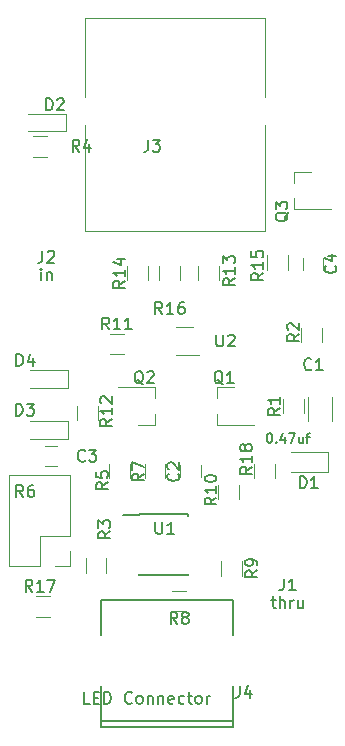
<source format=gto>
G04 #@! TF.FileFunction,Legend,Top*
%FSLAX46Y46*%
G04 Gerber Fmt 4.6, Leading zero omitted, Abs format (unit mm)*
G04 Created by KiCad (PCBNEW 4.0.6) date 07/23/18 23:10:11*
%MOMM*%
%LPD*%
G01*
G04 APERTURE LIST*
%ADD10C,0.100000*%
%ADD11C,0.120000*%
%ADD12C,0.150000*%
G04 APERTURE END LIST*
D10*
D11*
X156740000Y-94920000D02*
X156740000Y-95850000D01*
X156740000Y-98080000D02*
X156740000Y-97150000D01*
X156740000Y-98080000D02*
X159900000Y-98080000D01*
X156740000Y-94920000D02*
X158200000Y-94920000D01*
X160820000Y-63630000D02*
X145580000Y-63630000D01*
X145580000Y-81660000D02*
X145590000Y-72670000D01*
X145580000Y-81660000D02*
X160820000Y-81660000D01*
X160820000Y-81660000D02*
X160820000Y-72660000D01*
X145590000Y-70330000D02*
X145580000Y-63630000D01*
X160820000Y-70340000D02*
X160820000Y-63630000D01*
X164480000Y-95750000D02*
X164480000Y-97750000D01*
X166520000Y-97750000D02*
X166520000Y-95750000D01*
X153300000Y-92160000D02*
X155200000Y-92160000D01*
X154700000Y-89840000D02*
X153300000Y-89840000D01*
D12*
X158060060Y-123698960D02*
X158060060Y-123150320D01*
X146939940Y-123150320D02*
X146939940Y-123698960D01*
X146939940Y-123698960D02*
X158060060Y-123698960D01*
X158060060Y-115918940D02*
X158060060Y-112949680D01*
X158060060Y-112949680D02*
X152500000Y-112949680D01*
X146939940Y-120181060D02*
X146939940Y-123150320D01*
X146939940Y-123150320D02*
X158060060Y-123150320D01*
X158060060Y-123150320D02*
X158060060Y-120181060D01*
X152500000Y-112949680D02*
X146939940Y-112949680D01*
X146939940Y-112949680D02*
X146939940Y-115918940D01*
X150175000Y-105675000D02*
X150175000Y-105725000D01*
X154325000Y-105675000D02*
X154325000Y-105820000D01*
X154325000Y-110825000D02*
X154325000Y-110680000D01*
X150175000Y-110825000D02*
X150175000Y-110680000D01*
X150175000Y-105675000D02*
X154325000Y-105675000D01*
X150175000Y-110825000D02*
X154325000Y-110825000D01*
X150175000Y-105725000D02*
X148775000Y-105725000D01*
D11*
X155350000Y-102500000D02*
X155350000Y-101500000D01*
X153650000Y-101500000D02*
X153650000Y-102500000D01*
X143200000Y-99850000D02*
X142200000Y-99850000D01*
X142200000Y-101550000D02*
X143200000Y-101550000D01*
X164050000Y-83950000D02*
X164050000Y-84950000D01*
X165750000Y-84950000D02*
X165750000Y-83950000D01*
X166150000Y-102100000D02*
X166150000Y-100400000D01*
X166150000Y-100400000D02*
X163000000Y-100400000D01*
X166150000Y-102100000D02*
X163000000Y-102100000D01*
X140750000Y-71750000D02*
X143950000Y-71750000D01*
X143950000Y-73250000D02*
X140750000Y-73250000D01*
X143950000Y-73250000D02*
X143950000Y-71750000D01*
X140900000Y-97750000D02*
X144100000Y-97750000D01*
X144100000Y-99250000D02*
X140900000Y-99250000D01*
X144100000Y-99250000D02*
X144100000Y-97750000D01*
X140950000Y-93450000D02*
X144150000Y-93450000D01*
X144150000Y-94950000D02*
X140950000Y-94950000D01*
X144150000Y-94950000D02*
X144150000Y-93450000D01*
X151510000Y-98080000D02*
X151510000Y-97150000D01*
X151510000Y-94920000D02*
X151510000Y-95850000D01*
X151510000Y-94920000D02*
X148350000Y-94920000D01*
X151510000Y-98080000D02*
X150050000Y-98080000D01*
X163240000Y-76670000D02*
X163240000Y-77600000D01*
X163240000Y-79830000D02*
X163240000Y-78900000D01*
X163240000Y-79830000D02*
X166400000Y-79830000D01*
X163240000Y-76670000D02*
X164700000Y-76670000D01*
X164130000Y-95900000D02*
X164130000Y-97100000D01*
X162370000Y-97100000D02*
X162370000Y-95900000D01*
X163870000Y-91100000D02*
X163870000Y-89900000D01*
X165630000Y-89900000D02*
X165630000Y-91100000D01*
X145620000Y-110600000D02*
X145620000Y-109400000D01*
X147380000Y-109400000D02*
X147380000Y-110600000D01*
X142350000Y-75380000D02*
X141150000Y-75380000D01*
X141150000Y-73620000D02*
X142350000Y-73620000D01*
X149380000Y-101400000D02*
X149380000Y-102600000D01*
X147620000Y-102600000D02*
X147620000Y-101400000D01*
X150620000Y-102600000D02*
X150620000Y-101400000D01*
X152380000Y-101400000D02*
X152380000Y-102600000D01*
X152900000Y-112120000D02*
X154100000Y-112120000D01*
X154100000Y-113880000D02*
X152900000Y-113880000D01*
X157120000Y-110850000D02*
X157120000Y-109650000D01*
X158880000Y-109650000D02*
X158880000Y-110850000D01*
X156870000Y-104350000D02*
X156870000Y-103150000D01*
X158630000Y-103150000D02*
X158630000Y-104350000D01*
X148850000Y-92130000D02*
X147650000Y-92130000D01*
X147650000Y-90370000D02*
X148850000Y-90370000D01*
X144870000Y-97700000D02*
X144870000Y-96500000D01*
X146630000Y-96500000D02*
X146630000Y-97700000D01*
X155120000Y-85850000D02*
X155120000Y-84650000D01*
X156880000Y-84650000D02*
X156880000Y-85850000D01*
X149120000Y-85850000D02*
X149120000Y-84650000D01*
X150880000Y-84650000D02*
X150880000Y-85850000D01*
X161020000Y-84950000D02*
X161020000Y-83750000D01*
X162780000Y-83750000D02*
X162780000Y-84950000D01*
X151870000Y-85850000D02*
X151870000Y-84650000D01*
X153630000Y-84650000D02*
X153630000Y-85850000D01*
X144330000Y-102340000D02*
X139130000Y-102340000D01*
X144330000Y-107480000D02*
X144330000Y-102340000D01*
X139130000Y-110080000D02*
X139130000Y-102340000D01*
X144330000Y-107480000D02*
X141730000Y-107480000D01*
X141730000Y-107480000D02*
X141730000Y-110080000D01*
X141730000Y-110080000D02*
X139130000Y-110080000D01*
X144330000Y-108750000D02*
X144330000Y-110080000D01*
X144330000Y-110080000D02*
X143000000Y-110080000D01*
X142600000Y-114380000D02*
X141400000Y-114380000D01*
X141400000Y-112620000D02*
X142600000Y-112620000D01*
X159870000Y-102600000D02*
X159870000Y-101400000D01*
X161630000Y-101400000D02*
X161630000Y-102600000D01*
D12*
X157254762Y-94647619D02*
X157159524Y-94600000D01*
X157064286Y-94504762D01*
X156921429Y-94361905D01*
X156826190Y-94314286D01*
X156730952Y-94314286D01*
X156778571Y-94552381D02*
X156683333Y-94504762D01*
X156588095Y-94409524D01*
X156540476Y-94219048D01*
X156540476Y-93885714D01*
X156588095Y-93695238D01*
X156683333Y-93600000D01*
X156778571Y-93552381D01*
X156969048Y-93552381D01*
X157064286Y-93600000D01*
X157159524Y-93695238D01*
X157207143Y-93885714D01*
X157207143Y-94219048D01*
X157159524Y-94409524D01*
X157064286Y-94504762D01*
X156969048Y-94552381D01*
X156778571Y-94552381D01*
X158159524Y-94552381D02*
X157588095Y-94552381D01*
X157873809Y-94552381D02*
X157873809Y-93552381D01*
X157778571Y-93695238D01*
X157683333Y-93790476D01*
X157588095Y-93838095D01*
X162416667Y-111102381D02*
X162416667Y-111816667D01*
X162369047Y-111959524D01*
X162273809Y-112054762D01*
X162130952Y-112102381D01*
X162035714Y-112102381D01*
X163416667Y-112102381D02*
X162845238Y-112102381D01*
X163130952Y-112102381D02*
X163130952Y-111102381D01*
X163035714Y-111245238D01*
X162940476Y-111340476D01*
X162845238Y-111388095D01*
X161345238Y-112935714D02*
X161726190Y-112935714D01*
X161488095Y-112602381D02*
X161488095Y-113459524D01*
X161535714Y-113554762D01*
X161630952Y-113602381D01*
X161726190Y-113602381D01*
X162059524Y-113602381D02*
X162059524Y-112602381D01*
X162488096Y-113602381D02*
X162488096Y-113078571D01*
X162440477Y-112983333D01*
X162345239Y-112935714D01*
X162202381Y-112935714D01*
X162107143Y-112983333D01*
X162059524Y-113030952D01*
X162964286Y-113602381D02*
X162964286Y-112935714D01*
X162964286Y-113126190D02*
X163011905Y-113030952D01*
X163059524Y-112983333D01*
X163154762Y-112935714D01*
X163250001Y-112935714D01*
X164011906Y-112935714D02*
X164011906Y-113602381D01*
X163583334Y-112935714D02*
X163583334Y-113459524D01*
X163630953Y-113554762D01*
X163726191Y-113602381D01*
X163869049Y-113602381D01*
X163964287Y-113554762D01*
X164011906Y-113507143D01*
X150916667Y-73952381D02*
X150916667Y-74666667D01*
X150869047Y-74809524D01*
X150773809Y-74904762D01*
X150630952Y-74952381D01*
X150535714Y-74952381D01*
X151297619Y-73952381D02*
X151916667Y-73952381D01*
X151583333Y-74333333D01*
X151726191Y-74333333D01*
X151821429Y-74380952D01*
X151869048Y-74428571D01*
X151916667Y-74523810D01*
X151916667Y-74761905D01*
X151869048Y-74857143D01*
X151821429Y-74904762D01*
X151726191Y-74952381D01*
X151440476Y-74952381D01*
X151345238Y-74904762D01*
X151297619Y-74857143D01*
X164733334Y-93357143D02*
X164685715Y-93404762D01*
X164542858Y-93452381D01*
X164447620Y-93452381D01*
X164304762Y-93404762D01*
X164209524Y-93309524D01*
X164161905Y-93214286D01*
X164114286Y-93023810D01*
X164114286Y-92880952D01*
X164161905Y-92690476D01*
X164209524Y-92595238D01*
X164304762Y-92500000D01*
X164447620Y-92452381D01*
X164542858Y-92452381D01*
X164685715Y-92500000D01*
X164733334Y-92547619D01*
X165685715Y-93452381D02*
X165114286Y-93452381D01*
X165400000Y-93452381D02*
X165400000Y-92452381D01*
X165304762Y-92595238D01*
X165209524Y-92690476D01*
X165114286Y-92738095D01*
X161169047Y-98811905D02*
X161245238Y-98811905D01*
X161321428Y-98850000D01*
X161359523Y-98888095D01*
X161397619Y-98964286D01*
X161435714Y-99116667D01*
X161435714Y-99307143D01*
X161397619Y-99459524D01*
X161359523Y-99535714D01*
X161321428Y-99573810D01*
X161245238Y-99611905D01*
X161169047Y-99611905D01*
X161092857Y-99573810D01*
X161054761Y-99535714D01*
X161016666Y-99459524D01*
X160978571Y-99307143D01*
X160978571Y-99116667D01*
X161016666Y-98964286D01*
X161054761Y-98888095D01*
X161092857Y-98850000D01*
X161169047Y-98811905D01*
X161778571Y-99535714D02*
X161816666Y-99573810D01*
X161778571Y-99611905D01*
X161740476Y-99573810D01*
X161778571Y-99535714D01*
X161778571Y-99611905D01*
X162502380Y-99078571D02*
X162502380Y-99611905D01*
X162311904Y-98773810D02*
X162121428Y-99345238D01*
X162616666Y-99345238D01*
X162845238Y-98811905D02*
X163378571Y-98811905D01*
X163035714Y-99611905D01*
X164026190Y-99078571D02*
X164026190Y-99611905D01*
X163683333Y-99078571D02*
X163683333Y-99497619D01*
X163721428Y-99573810D01*
X163797619Y-99611905D01*
X163911905Y-99611905D01*
X163988095Y-99573810D01*
X164026190Y-99535714D01*
X164292857Y-99078571D02*
X164597619Y-99078571D01*
X164407143Y-99611905D02*
X164407143Y-98926190D01*
X164445238Y-98850000D01*
X164521429Y-98811905D01*
X164597619Y-98811905D01*
X141966667Y-83352381D02*
X141966667Y-84066667D01*
X141919047Y-84209524D01*
X141823809Y-84304762D01*
X141680952Y-84352381D01*
X141585714Y-84352381D01*
X142395238Y-83447619D02*
X142442857Y-83400000D01*
X142538095Y-83352381D01*
X142776191Y-83352381D01*
X142871429Y-83400000D01*
X142919048Y-83447619D01*
X142966667Y-83542857D01*
X142966667Y-83638095D01*
X142919048Y-83780952D01*
X142347619Y-84352381D01*
X142966667Y-84352381D01*
X141847619Y-85852381D02*
X141847619Y-85185714D01*
X141847619Y-84852381D02*
X141800000Y-84900000D01*
X141847619Y-84947619D01*
X141895238Y-84900000D01*
X141847619Y-84852381D01*
X141847619Y-84947619D01*
X142323809Y-85185714D02*
X142323809Y-85852381D01*
X142323809Y-85280952D02*
X142371428Y-85233333D01*
X142466666Y-85185714D01*
X142609524Y-85185714D01*
X142704762Y-85233333D01*
X142752381Y-85328571D01*
X142752381Y-85852381D01*
X156688095Y-90452381D02*
X156688095Y-91261905D01*
X156735714Y-91357143D01*
X156783333Y-91404762D01*
X156878571Y-91452381D01*
X157069048Y-91452381D01*
X157164286Y-91404762D01*
X157211905Y-91357143D01*
X157259524Y-91261905D01*
X157259524Y-90452381D01*
X157688095Y-90547619D02*
X157735714Y-90500000D01*
X157830952Y-90452381D01*
X158069048Y-90452381D01*
X158164286Y-90500000D01*
X158211905Y-90547619D01*
X158259524Y-90642857D01*
X158259524Y-90738095D01*
X158211905Y-90880952D01*
X157640476Y-91452381D01*
X158259524Y-91452381D01*
X158666667Y-120202381D02*
X158666667Y-120916667D01*
X158619047Y-121059524D01*
X158523809Y-121154762D01*
X158380952Y-121202381D01*
X158285714Y-121202381D01*
X159571429Y-120535714D02*
X159571429Y-121202381D01*
X159333333Y-120154762D02*
X159095238Y-120869048D01*
X159714286Y-120869048D01*
X145964285Y-121702381D02*
X145488094Y-121702381D01*
X145488094Y-120702381D01*
X146297618Y-121178571D02*
X146630952Y-121178571D01*
X146773809Y-121702381D02*
X146297618Y-121702381D01*
X146297618Y-120702381D01*
X146773809Y-120702381D01*
X147202380Y-121702381D02*
X147202380Y-120702381D01*
X147440475Y-120702381D01*
X147583333Y-120750000D01*
X147678571Y-120845238D01*
X147726190Y-120940476D01*
X147773809Y-121130952D01*
X147773809Y-121273810D01*
X147726190Y-121464286D01*
X147678571Y-121559524D01*
X147583333Y-121654762D01*
X147440475Y-121702381D01*
X147202380Y-121702381D01*
X149535714Y-121607143D02*
X149488095Y-121654762D01*
X149345238Y-121702381D01*
X149250000Y-121702381D01*
X149107142Y-121654762D01*
X149011904Y-121559524D01*
X148964285Y-121464286D01*
X148916666Y-121273810D01*
X148916666Y-121130952D01*
X148964285Y-120940476D01*
X149011904Y-120845238D01*
X149107142Y-120750000D01*
X149250000Y-120702381D01*
X149345238Y-120702381D01*
X149488095Y-120750000D01*
X149535714Y-120797619D01*
X150107142Y-121702381D02*
X150011904Y-121654762D01*
X149964285Y-121607143D01*
X149916666Y-121511905D01*
X149916666Y-121226190D01*
X149964285Y-121130952D01*
X150011904Y-121083333D01*
X150107142Y-121035714D01*
X150250000Y-121035714D01*
X150345238Y-121083333D01*
X150392857Y-121130952D01*
X150440476Y-121226190D01*
X150440476Y-121511905D01*
X150392857Y-121607143D01*
X150345238Y-121654762D01*
X150250000Y-121702381D01*
X150107142Y-121702381D01*
X150869047Y-121035714D02*
X150869047Y-121702381D01*
X150869047Y-121130952D02*
X150916666Y-121083333D01*
X151011904Y-121035714D01*
X151154762Y-121035714D01*
X151250000Y-121083333D01*
X151297619Y-121178571D01*
X151297619Y-121702381D01*
X151773809Y-121035714D02*
X151773809Y-121702381D01*
X151773809Y-121130952D02*
X151821428Y-121083333D01*
X151916666Y-121035714D01*
X152059524Y-121035714D01*
X152154762Y-121083333D01*
X152202381Y-121178571D01*
X152202381Y-121702381D01*
X153059524Y-121654762D02*
X152964286Y-121702381D01*
X152773809Y-121702381D01*
X152678571Y-121654762D01*
X152630952Y-121559524D01*
X152630952Y-121178571D01*
X152678571Y-121083333D01*
X152773809Y-121035714D01*
X152964286Y-121035714D01*
X153059524Y-121083333D01*
X153107143Y-121178571D01*
X153107143Y-121273810D01*
X152630952Y-121369048D01*
X153964286Y-121654762D02*
X153869048Y-121702381D01*
X153678571Y-121702381D01*
X153583333Y-121654762D01*
X153535714Y-121607143D01*
X153488095Y-121511905D01*
X153488095Y-121226190D01*
X153535714Y-121130952D01*
X153583333Y-121083333D01*
X153678571Y-121035714D01*
X153869048Y-121035714D01*
X153964286Y-121083333D01*
X154250000Y-121035714D02*
X154630952Y-121035714D01*
X154392857Y-120702381D02*
X154392857Y-121559524D01*
X154440476Y-121654762D01*
X154535714Y-121702381D01*
X154630952Y-121702381D01*
X155107143Y-121702381D02*
X155011905Y-121654762D01*
X154964286Y-121607143D01*
X154916667Y-121511905D01*
X154916667Y-121226190D01*
X154964286Y-121130952D01*
X155011905Y-121083333D01*
X155107143Y-121035714D01*
X155250001Y-121035714D01*
X155345239Y-121083333D01*
X155392858Y-121130952D01*
X155440477Y-121226190D01*
X155440477Y-121511905D01*
X155392858Y-121607143D01*
X155345239Y-121654762D01*
X155250001Y-121702381D01*
X155107143Y-121702381D01*
X155869048Y-121702381D02*
X155869048Y-121035714D01*
X155869048Y-121226190D02*
X155916667Y-121130952D01*
X155964286Y-121083333D01*
X156059524Y-121035714D01*
X156154763Y-121035714D01*
X151538095Y-106302381D02*
X151538095Y-107111905D01*
X151585714Y-107207143D01*
X151633333Y-107254762D01*
X151728571Y-107302381D01*
X151919048Y-107302381D01*
X152014286Y-107254762D01*
X152061905Y-107207143D01*
X152109524Y-107111905D01*
X152109524Y-106302381D01*
X153109524Y-107302381D02*
X152538095Y-107302381D01*
X152823809Y-107302381D02*
X152823809Y-106302381D01*
X152728571Y-106445238D01*
X152633333Y-106540476D01*
X152538095Y-106588095D01*
X153457143Y-102216666D02*
X153504762Y-102264285D01*
X153552381Y-102407142D01*
X153552381Y-102502380D01*
X153504762Y-102645238D01*
X153409524Y-102740476D01*
X153314286Y-102788095D01*
X153123810Y-102835714D01*
X152980952Y-102835714D01*
X152790476Y-102788095D01*
X152695238Y-102740476D01*
X152600000Y-102645238D01*
X152552381Y-102502380D01*
X152552381Y-102407142D01*
X152600000Y-102264285D01*
X152647619Y-102216666D01*
X152647619Y-101835714D02*
X152600000Y-101788095D01*
X152552381Y-101692857D01*
X152552381Y-101454761D01*
X152600000Y-101359523D01*
X152647619Y-101311904D01*
X152742857Y-101264285D01*
X152838095Y-101264285D01*
X152980952Y-101311904D01*
X153552381Y-101883333D01*
X153552381Y-101264285D01*
X145583334Y-101107143D02*
X145535715Y-101154762D01*
X145392858Y-101202381D01*
X145297620Y-101202381D01*
X145154762Y-101154762D01*
X145059524Y-101059524D01*
X145011905Y-100964286D01*
X144964286Y-100773810D01*
X144964286Y-100630952D01*
X145011905Y-100440476D01*
X145059524Y-100345238D01*
X145154762Y-100250000D01*
X145297620Y-100202381D01*
X145392858Y-100202381D01*
X145535715Y-100250000D01*
X145583334Y-100297619D01*
X145916667Y-100202381D02*
X146535715Y-100202381D01*
X146202381Y-100583333D01*
X146345239Y-100583333D01*
X146440477Y-100630952D01*
X146488096Y-100678571D01*
X146535715Y-100773810D01*
X146535715Y-101011905D01*
X146488096Y-101107143D01*
X146440477Y-101154762D01*
X146345239Y-101202381D01*
X146059524Y-101202381D01*
X145964286Y-101154762D01*
X145916667Y-101107143D01*
X166757143Y-84616666D02*
X166804762Y-84664285D01*
X166852381Y-84807142D01*
X166852381Y-84902380D01*
X166804762Y-85045238D01*
X166709524Y-85140476D01*
X166614286Y-85188095D01*
X166423810Y-85235714D01*
X166280952Y-85235714D01*
X166090476Y-85188095D01*
X165995238Y-85140476D01*
X165900000Y-85045238D01*
X165852381Y-84902380D01*
X165852381Y-84807142D01*
X165900000Y-84664285D01*
X165947619Y-84616666D01*
X166185714Y-83759523D02*
X166852381Y-83759523D01*
X165804762Y-83997619D02*
X166519048Y-84235714D01*
X166519048Y-83616666D01*
X163761905Y-103452381D02*
X163761905Y-102452381D01*
X164000000Y-102452381D01*
X164142858Y-102500000D01*
X164238096Y-102595238D01*
X164285715Y-102690476D01*
X164333334Y-102880952D01*
X164333334Y-103023810D01*
X164285715Y-103214286D01*
X164238096Y-103309524D01*
X164142858Y-103404762D01*
X164000000Y-103452381D01*
X163761905Y-103452381D01*
X165285715Y-103452381D02*
X164714286Y-103452381D01*
X165000000Y-103452381D02*
X165000000Y-102452381D01*
X164904762Y-102595238D01*
X164809524Y-102690476D01*
X164714286Y-102738095D01*
X142261905Y-71452381D02*
X142261905Y-70452381D01*
X142500000Y-70452381D01*
X142642858Y-70500000D01*
X142738096Y-70595238D01*
X142785715Y-70690476D01*
X142833334Y-70880952D01*
X142833334Y-71023810D01*
X142785715Y-71214286D01*
X142738096Y-71309524D01*
X142642858Y-71404762D01*
X142500000Y-71452381D01*
X142261905Y-71452381D01*
X143214286Y-70547619D02*
X143261905Y-70500000D01*
X143357143Y-70452381D01*
X143595239Y-70452381D01*
X143690477Y-70500000D01*
X143738096Y-70547619D01*
X143785715Y-70642857D01*
X143785715Y-70738095D01*
X143738096Y-70880952D01*
X143166667Y-71452381D01*
X143785715Y-71452381D01*
X139711905Y-97302381D02*
X139711905Y-96302381D01*
X139950000Y-96302381D01*
X140092858Y-96350000D01*
X140188096Y-96445238D01*
X140235715Y-96540476D01*
X140283334Y-96730952D01*
X140283334Y-96873810D01*
X140235715Y-97064286D01*
X140188096Y-97159524D01*
X140092858Y-97254762D01*
X139950000Y-97302381D01*
X139711905Y-97302381D01*
X140616667Y-96302381D02*
X141235715Y-96302381D01*
X140902381Y-96683333D01*
X141045239Y-96683333D01*
X141140477Y-96730952D01*
X141188096Y-96778571D01*
X141235715Y-96873810D01*
X141235715Y-97111905D01*
X141188096Y-97207143D01*
X141140477Y-97254762D01*
X141045239Y-97302381D01*
X140759524Y-97302381D01*
X140664286Y-97254762D01*
X140616667Y-97207143D01*
X139761905Y-93102381D02*
X139761905Y-92102381D01*
X140000000Y-92102381D01*
X140142858Y-92150000D01*
X140238096Y-92245238D01*
X140285715Y-92340476D01*
X140333334Y-92530952D01*
X140333334Y-92673810D01*
X140285715Y-92864286D01*
X140238096Y-92959524D01*
X140142858Y-93054762D01*
X140000000Y-93102381D01*
X139761905Y-93102381D01*
X141190477Y-92435714D02*
X141190477Y-93102381D01*
X140952381Y-92054762D02*
X140714286Y-92769048D01*
X141333334Y-92769048D01*
X150504762Y-94647619D02*
X150409524Y-94600000D01*
X150314286Y-94504762D01*
X150171429Y-94361905D01*
X150076190Y-94314286D01*
X149980952Y-94314286D01*
X150028571Y-94552381D02*
X149933333Y-94504762D01*
X149838095Y-94409524D01*
X149790476Y-94219048D01*
X149790476Y-93885714D01*
X149838095Y-93695238D01*
X149933333Y-93600000D01*
X150028571Y-93552381D01*
X150219048Y-93552381D01*
X150314286Y-93600000D01*
X150409524Y-93695238D01*
X150457143Y-93885714D01*
X150457143Y-94219048D01*
X150409524Y-94409524D01*
X150314286Y-94504762D01*
X150219048Y-94552381D01*
X150028571Y-94552381D01*
X150838095Y-93647619D02*
X150885714Y-93600000D01*
X150980952Y-93552381D01*
X151219048Y-93552381D01*
X151314286Y-93600000D01*
X151361905Y-93647619D01*
X151409524Y-93742857D01*
X151409524Y-93838095D01*
X151361905Y-93980952D01*
X150790476Y-94552381D01*
X151409524Y-94552381D01*
X162797619Y-80095238D02*
X162750000Y-80190476D01*
X162654762Y-80285714D01*
X162511905Y-80428571D01*
X162464286Y-80523810D01*
X162464286Y-80619048D01*
X162702381Y-80571429D02*
X162654762Y-80666667D01*
X162559524Y-80761905D01*
X162369048Y-80809524D01*
X162035714Y-80809524D01*
X161845238Y-80761905D01*
X161750000Y-80666667D01*
X161702381Y-80571429D01*
X161702381Y-80380952D01*
X161750000Y-80285714D01*
X161845238Y-80190476D01*
X162035714Y-80142857D01*
X162369048Y-80142857D01*
X162559524Y-80190476D01*
X162654762Y-80285714D01*
X162702381Y-80380952D01*
X162702381Y-80571429D01*
X161702381Y-79809524D02*
X161702381Y-79190476D01*
X162083333Y-79523810D01*
X162083333Y-79380952D01*
X162130952Y-79285714D01*
X162178571Y-79238095D01*
X162273810Y-79190476D01*
X162511905Y-79190476D01*
X162607143Y-79238095D01*
X162654762Y-79285714D01*
X162702381Y-79380952D01*
X162702381Y-79666667D01*
X162654762Y-79761905D01*
X162607143Y-79809524D01*
X162052381Y-96666666D02*
X161576190Y-97000000D01*
X162052381Y-97238095D02*
X161052381Y-97238095D01*
X161052381Y-96857142D01*
X161100000Y-96761904D01*
X161147619Y-96714285D01*
X161242857Y-96666666D01*
X161385714Y-96666666D01*
X161480952Y-96714285D01*
X161528571Y-96761904D01*
X161576190Y-96857142D01*
X161576190Y-97238095D01*
X162052381Y-95714285D02*
X162052381Y-96285714D01*
X162052381Y-96000000D02*
X161052381Y-96000000D01*
X161195238Y-96095238D01*
X161290476Y-96190476D01*
X161338095Y-96285714D01*
X163702381Y-90416666D02*
X163226190Y-90750000D01*
X163702381Y-90988095D02*
X162702381Y-90988095D01*
X162702381Y-90607142D01*
X162750000Y-90511904D01*
X162797619Y-90464285D01*
X162892857Y-90416666D01*
X163035714Y-90416666D01*
X163130952Y-90464285D01*
X163178571Y-90511904D01*
X163226190Y-90607142D01*
X163226190Y-90988095D01*
X162797619Y-90035714D02*
X162750000Y-89988095D01*
X162702381Y-89892857D01*
X162702381Y-89654761D01*
X162750000Y-89559523D01*
X162797619Y-89511904D01*
X162892857Y-89464285D01*
X162988095Y-89464285D01*
X163130952Y-89511904D01*
X163702381Y-90083333D01*
X163702381Y-89464285D01*
X147702381Y-107116666D02*
X147226190Y-107450000D01*
X147702381Y-107688095D02*
X146702381Y-107688095D01*
X146702381Y-107307142D01*
X146750000Y-107211904D01*
X146797619Y-107164285D01*
X146892857Y-107116666D01*
X147035714Y-107116666D01*
X147130952Y-107164285D01*
X147178571Y-107211904D01*
X147226190Y-107307142D01*
X147226190Y-107688095D01*
X146702381Y-106783333D02*
X146702381Y-106164285D01*
X147083333Y-106497619D01*
X147083333Y-106354761D01*
X147130952Y-106259523D01*
X147178571Y-106211904D01*
X147273810Y-106164285D01*
X147511905Y-106164285D01*
X147607143Y-106211904D01*
X147654762Y-106259523D01*
X147702381Y-106354761D01*
X147702381Y-106640476D01*
X147654762Y-106735714D01*
X147607143Y-106783333D01*
X145083334Y-74952381D02*
X144750000Y-74476190D01*
X144511905Y-74952381D02*
X144511905Y-73952381D01*
X144892858Y-73952381D01*
X144988096Y-74000000D01*
X145035715Y-74047619D01*
X145083334Y-74142857D01*
X145083334Y-74285714D01*
X145035715Y-74380952D01*
X144988096Y-74428571D01*
X144892858Y-74476190D01*
X144511905Y-74476190D01*
X145940477Y-74285714D02*
X145940477Y-74952381D01*
X145702381Y-73904762D02*
X145464286Y-74619048D01*
X146083334Y-74619048D01*
X147502381Y-102966666D02*
X147026190Y-103300000D01*
X147502381Y-103538095D02*
X146502381Y-103538095D01*
X146502381Y-103157142D01*
X146550000Y-103061904D01*
X146597619Y-103014285D01*
X146692857Y-102966666D01*
X146835714Y-102966666D01*
X146930952Y-103014285D01*
X146978571Y-103061904D01*
X147026190Y-103157142D01*
X147026190Y-103538095D01*
X146502381Y-102061904D02*
X146502381Y-102538095D01*
X146978571Y-102585714D01*
X146930952Y-102538095D01*
X146883333Y-102442857D01*
X146883333Y-102204761D01*
X146930952Y-102109523D01*
X146978571Y-102061904D01*
X147073810Y-102014285D01*
X147311905Y-102014285D01*
X147407143Y-102061904D01*
X147454762Y-102109523D01*
X147502381Y-102204761D01*
X147502381Y-102442857D01*
X147454762Y-102538095D01*
X147407143Y-102585714D01*
X150552381Y-102216666D02*
X150076190Y-102550000D01*
X150552381Y-102788095D02*
X149552381Y-102788095D01*
X149552381Y-102407142D01*
X149600000Y-102311904D01*
X149647619Y-102264285D01*
X149742857Y-102216666D01*
X149885714Y-102216666D01*
X149980952Y-102264285D01*
X150028571Y-102311904D01*
X150076190Y-102407142D01*
X150076190Y-102788095D01*
X149552381Y-101883333D02*
X149552381Y-101216666D01*
X150552381Y-101645238D01*
X153383334Y-114952381D02*
X153050000Y-114476190D01*
X152811905Y-114952381D02*
X152811905Y-113952381D01*
X153192858Y-113952381D01*
X153288096Y-114000000D01*
X153335715Y-114047619D01*
X153383334Y-114142857D01*
X153383334Y-114285714D01*
X153335715Y-114380952D01*
X153288096Y-114428571D01*
X153192858Y-114476190D01*
X152811905Y-114476190D01*
X153954762Y-114380952D02*
X153859524Y-114333333D01*
X153811905Y-114285714D01*
X153764286Y-114190476D01*
X153764286Y-114142857D01*
X153811905Y-114047619D01*
X153859524Y-114000000D01*
X153954762Y-113952381D01*
X154145239Y-113952381D01*
X154240477Y-114000000D01*
X154288096Y-114047619D01*
X154335715Y-114142857D01*
X154335715Y-114190476D01*
X154288096Y-114285714D01*
X154240477Y-114333333D01*
X154145239Y-114380952D01*
X153954762Y-114380952D01*
X153859524Y-114428571D01*
X153811905Y-114476190D01*
X153764286Y-114571429D01*
X153764286Y-114761905D01*
X153811905Y-114857143D01*
X153859524Y-114904762D01*
X153954762Y-114952381D01*
X154145239Y-114952381D01*
X154240477Y-114904762D01*
X154288096Y-114857143D01*
X154335715Y-114761905D01*
X154335715Y-114571429D01*
X154288096Y-114476190D01*
X154240477Y-114428571D01*
X154145239Y-114380952D01*
X160152381Y-110416666D02*
X159676190Y-110750000D01*
X160152381Y-110988095D02*
X159152381Y-110988095D01*
X159152381Y-110607142D01*
X159200000Y-110511904D01*
X159247619Y-110464285D01*
X159342857Y-110416666D01*
X159485714Y-110416666D01*
X159580952Y-110464285D01*
X159628571Y-110511904D01*
X159676190Y-110607142D01*
X159676190Y-110988095D01*
X160152381Y-109940476D02*
X160152381Y-109750000D01*
X160104762Y-109654761D01*
X160057143Y-109607142D01*
X159914286Y-109511904D01*
X159723810Y-109464285D01*
X159342857Y-109464285D01*
X159247619Y-109511904D01*
X159200000Y-109559523D01*
X159152381Y-109654761D01*
X159152381Y-109845238D01*
X159200000Y-109940476D01*
X159247619Y-109988095D01*
X159342857Y-110035714D01*
X159580952Y-110035714D01*
X159676190Y-109988095D01*
X159723810Y-109940476D01*
X159771429Y-109845238D01*
X159771429Y-109654761D01*
X159723810Y-109559523D01*
X159676190Y-109511904D01*
X159580952Y-109464285D01*
X156702381Y-104242857D02*
X156226190Y-104576191D01*
X156702381Y-104814286D02*
X155702381Y-104814286D01*
X155702381Y-104433333D01*
X155750000Y-104338095D01*
X155797619Y-104290476D01*
X155892857Y-104242857D01*
X156035714Y-104242857D01*
X156130952Y-104290476D01*
X156178571Y-104338095D01*
X156226190Y-104433333D01*
X156226190Y-104814286D01*
X156702381Y-103290476D02*
X156702381Y-103861905D01*
X156702381Y-103576191D02*
X155702381Y-103576191D01*
X155845238Y-103671429D01*
X155940476Y-103766667D01*
X155988095Y-103861905D01*
X155702381Y-102671429D02*
X155702381Y-102576190D01*
X155750000Y-102480952D01*
X155797619Y-102433333D01*
X155892857Y-102385714D01*
X156083333Y-102338095D01*
X156321429Y-102338095D01*
X156511905Y-102385714D01*
X156607143Y-102433333D01*
X156654762Y-102480952D01*
X156702381Y-102576190D01*
X156702381Y-102671429D01*
X156654762Y-102766667D01*
X156607143Y-102814286D01*
X156511905Y-102861905D01*
X156321429Y-102909524D01*
X156083333Y-102909524D01*
X155892857Y-102861905D01*
X155797619Y-102814286D01*
X155750000Y-102766667D01*
X155702381Y-102671429D01*
X147607143Y-90002381D02*
X147273809Y-89526190D01*
X147035714Y-90002381D02*
X147035714Y-89002381D01*
X147416667Y-89002381D01*
X147511905Y-89050000D01*
X147559524Y-89097619D01*
X147607143Y-89192857D01*
X147607143Y-89335714D01*
X147559524Y-89430952D01*
X147511905Y-89478571D01*
X147416667Y-89526190D01*
X147035714Y-89526190D01*
X148559524Y-90002381D02*
X147988095Y-90002381D01*
X148273809Y-90002381D02*
X148273809Y-89002381D01*
X148178571Y-89145238D01*
X148083333Y-89240476D01*
X147988095Y-89288095D01*
X149511905Y-90002381D02*
X148940476Y-90002381D01*
X149226190Y-90002381D02*
X149226190Y-89002381D01*
X149130952Y-89145238D01*
X149035714Y-89240476D01*
X148940476Y-89288095D01*
X147852381Y-97592857D02*
X147376190Y-97926191D01*
X147852381Y-98164286D02*
X146852381Y-98164286D01*
X146852381Y-97783333D01*
X146900000Y-97688095D01*
X146947619Y-97640476D01*
X147042857Y-97592857D01*
X147185714Y-97592857D01*
X147280952Y-97640476D01*
X147328571Y-97688095D01*
X147376190Y-97783333D01*
X147376190Y-98164286D01*
X147852381Y-96640476D02*
X147852381Y-97211905D01*
X147852381Y-96926191D02*
X146852381Y-96926191D01*
X146995238Y-97021429D01*
X147090476Y-97116667D01*
X147138095Y-97211905D01*
X146947619Y-96259524D02*
X146900000Y-96211905D01*
X146852381Y-96116667D01*
X146852381Y-95878571D01*
X146900000Y-95783333D01*
X146947619Y-95735714D01*
X147042857Y-95688095D01*
X147138095Y-95688095D01*
X147280952Y-95735714D01*
X147852381Y-96307143D01*
X147852381Y-95688095D01*
X158252381Y-85692857D02*
X157776190Y-86026191D01*
X158252381Y-86264286D02*
X157252381Y-86264286D01*
X157252381Y-85883333D01*
X157300000Y-85788095D01*
X157347619Y-85740476D01*
X157442857Y-85692857D01*
X157585714Y-85692857D01*
X157680952Y-85740476D01*
X157728571Y-85788095D01*
X157776190Y-85883333D01*
X157776190Y-86264286D01*
X158252381Y-84740476D02*
X158252381Y-85311905D01*
X158252381Y-85026191D02*
X157252381Y-85026191D01*
X157395238Y-85121429D01*
X157490476Y-85216667D01*
X157538095Y-85311905D01*
X157252381Y-84407143D02*
X157252381Y-83788095D01*
X157633333Y-84121429D01*
X157633333Y-83978571D01*
X157680952Y-83883333D01*
X157728571Y-83835714D01*
X157823810Y-83788095D01*
X158061905Y-83788095D01*
X158157143Y-83835714D01*
X158204762Y-83883333D01*
X158252381Y-83978571D01*
X158252381Y-84264286D01*
X158204762Y-84359524D01*
X158157143Y-84407143D01*
X148952381Y-85892857D02*
X148476190Y-86226191D01*
X148952381Y-86464286D02*
X147952381Y-86464286D01*
X147952381Y-86083333D01*
X148000000Y-85988095D01*
X148047619Y-85940476D01*
X148142857Y-85892857D01*
X148285714Y-85892857D01*
X148380952Y-85940476D01*
X148428571Y-85988095D01*
X148476190Y-86083333D01*
X148476190Y-86464286D01*
X148952381Y-84940476D02*
X148952381Y-85511905D01*
X148952381Y-85226191D02*
X147952381Y-85226191D01*
X148095238Y-85321429D01*
X148190476Y-85416667D01*
X148238095Y-85511905D01*
X148285714Y-84083333D02*
X148952381Y-84083333D01*
X147904762Y-84321429D02*
X148619048Y-84559524D01*
X148619048Y-83940476D01*
X160652381Y-85242857D02*
X160176190Y-85576191D01*
X160652381Y-85814286D02*
X159652381Y-85814286D01*
X159652381Y-85433333D01*
X159700000Y-85338095D01*
X159747619Y-85290476D01*
X159842857Y-85242857D01*
X159985714Y-85242857D01*
X160080952Y-85290476D01*
X160128571Y-85338095D01*
X160176190Y-85433333D01*
X160176190Y-85814286D01*
X160652381Y-84290476D02*
X160652381Y-84861905D01*
X160652381Y-84576191D02*
X159652381Y-84576191D01*
X159795238Y-84671429D01*
X159890476Y-84766667D01*
X159938095Y-84861905D01*
X159652381Y-83385714D02*
X159652381Y-83861905D01*
X160128571Y-83909524D01*
X160080952Y-83861905D01*
X160033333Y-83766667D01*
X160033333Y-83528571D01*
X160080952Y-83433333D01*
X160128571Y-83385714D01*
X160223810Y-83338095D01*
X160461905Y-83338095D01*
X160557143Y-83385714D01*
X160604762Y-83433333D01*
X160652381Y-83528571D01*
X160652381Y-83766667D01*
X160604762Y-83861905D01*
X160557143Y-83909524D01*
X152107143Y-88702381D02*
X151773809Y-88226190D01*
X151535714Y-88702381D02*
X151535714Y-87702381D01*
X151916667Y-87702381D01*
X152011905Y-87750000D01*
X152059524Y-87797619D01*
X152107143Y-87892857D01*
X152107143Y-88035714D01*
X152059524Y-88130952D01*
X152011905Y-88178571D01*
X151916667Y-88226190D01*
X151535714Y-88226190D01*
X153059524Y-88702381D02*
X152488095Y-88702381D01*
X152773809Y-88702381D02*
X152773809Y-87702381D01*
X152678571Y-87845238D01*
X152583333Y-87940476D01*
X152488095Y-87988095D01*
X153916667Y-87702381D02*
X153726190Y-87702381D01*
X153630952Y-87750000D01*
X153583333Y-87797619D01*
X153488095Y-87940476D01*
X153440476Y-88130952D01*
X153440476Y-88511905D01*
X153488095Y-88607143D01*
X153535714Y-88654762D01*
X153630952Y-88702381D01*
X153821429Y-88702381D01*
X153916667Y-88654762D01*
X153964286Y-88607143D01*
X154011905Y-88511905D01*
X154011905Y-88273810D01*
X153964286Y-88178571D01*
X153916667Y-88130952D01*
X153821429Y-88083333D01*
X153630952Y-88083333D01*
X153535714Y-88130952D01*
X153488095Y-88178571D01*
X153440476Y-88273810D01*
X140333334Y-104202381D02*
X140000000Y-103726190D01*
X139761905Y-104202381D02*
X139761905Y-103202381D01*
X140142858Y-103202381D01*
X140238096Y-103250000D01*
X140285715Y-103297619D01*
X140333334Y-103392857D01*
X140333334Y-103535714D01*
X140285715Y-103630952D01*
X140238096Y-103678571D01*
X140142858Y-103726190D01*
X139761905Y-103726190D01*
X141190477Y-103202381D02*
X141000000Y-103202381D01*
X140904762Y-103250000D01*
X140857143Y-103297619D01*
X140761905Y-103440476D01*
X140714286Y-103630952D01*
X140714286Y-104011905D01*
X140761905Y-104107143D01*
X140809524Y-104154762D01*
X140904762Y-104202381D01*
X141095239Y-104202381D01*
X141190477Y-104154762D01*
X141238096Y-104107143D01*
X141285715Y-104011905D01*
X141285715Y-103773810D01*
X141238096Y-103678571D01*
X141190477Y-103630952D01*
X141095239Y-103583333D01*
X140904762Y-103583333D01*
X140809524Y-103630952D01*
X140761905Y-103678571D01*
X140714286Y-103773810D01*
X141107143Y-112202381D02*
X140773809Y-111726190D01*
X140535714Y-112202381D02*
X140535714Y-111202381D01*
X140916667Y-111202381D01*
X141011905Y-111250000D01*
X141059524Y-111297619D01*
X141107143Y-111392857D01*
X141107143Y-111535714D01*
X141059524Y-111630952D01*
X141011905Y-111678571D01*
X140916667Y-111726190D01*
X140535714Y-111726190D01*
X142059524Y-112202381D02*
X141488095Y-112202381D01*
X141773809Y-112202381D02*
X141773809Y-111202381D01*
X141678571Y-111345238D01*
X141583333Y-111440476D01*
X141488095Y-111488095D01*
X142392857Y-111202381D02*
X143059524Y-111202381D01*
X142630952Y-112202381D01*
X159702381Y-101642857D02*
X159226190Y-101976191D01*
X159702381Y-102214286D02*
X158702381Y-102214286D01*
X158702381Y-101833333D01*
X158750000Y-101738095D01*
X158797619Y-101690476D01*
X158892857Y-101642857D01*
X159035714Y-101642857D01*
X159130952Y-101690476D01*
X159178571Y-101738095D01*
X159226190Y-101833333D01*
X159226190Y-102214286D01*
X159702381Y-100690476D02*
X159702381Y-101261905D01*
X159702381Y-100976191D02*
X158702381Y-100976191D01*
X158845238Y-101071429D01*
X158940476Y-101166667D01*
X158988095Y-101261905D01*
X159130952Y-100119048D02*
X159083333Y-100214286D01*
X159035714Y-100261905D01*
X158940476Y-100309524D01*
X158892857Y-100309524D01*
X158797619Y-100261905D01*
X158750000Y-100214286D01*
X158702381Y-100119048D01*
X158702381Y-99928571D01*
X158750000Y-99833333D01*
X158797619Y-99785714D01*
X158892857Y-99738095D01*
X158940476Y-99738095D01*
X159035714Y-99785714D01*
X159083333Y-99833333D01*
X159130952Y-99928571D01*
X159130952Y-100119048D01*
X159178571Y-100214286D01*
X159226190Y-100261905D01*
X159321429Y-100309524D01*
X159511905Y-100309524D01*
X159607143Y-100261905D01*
X159654762Y-100214286D01*
X159702381Y-100119048D01*
X159702381Y-99928571D01*
X159654762Y-99833333D01*
X159607143Y-99785714D01*
X159511905Y-99738095D01*
X159321429Y-99738095D01*
X159226190Y-99785714D01*
X159178571Y-99833333D01*
X159130952Y-99928571D01*
M02*

</source>
